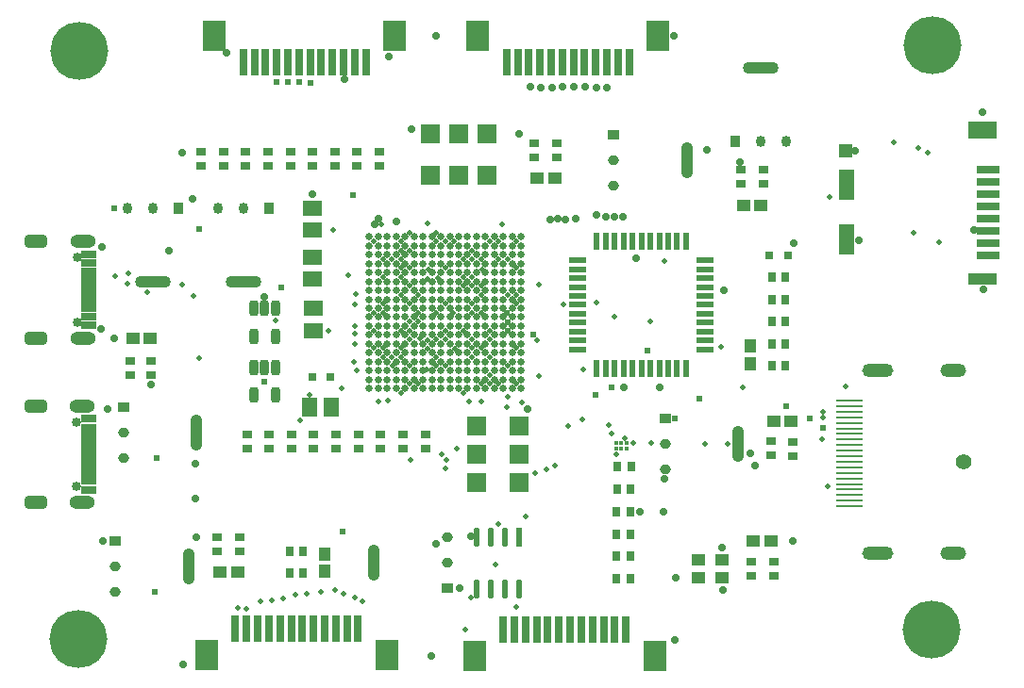
<source format=gbr>
%TF.GenerationSoftware,Altium Limited,Altium Designer,23.4.1 (23)*%
G04 Layer_Color=8388736*
%FSLAX45Y45*%
%MOMM*%
%TF.SameCoordinates,C80D94D6-ACD9-4930-820E-424AA932BAC3*%
%TF.FilePolarity,Negative*%
%TF.FileFunction,Soldermask,Top*%
%TF.Part,Single*%
G01*
G75*
%TA.AperFunction,SMDPad,CuDef*%
%ADD15R,0.54213X1.70637*%
G04:AMPARAMS|DCode=16|XSize=1.70637mm|YSize=0.54213mm|CornerRadius=0.27107mm|HoleSize=0mm|Usage=FLASHONLY|Rotation=270.000|XOffset=0mm|YOffset=0mm|HoleType=Round|Shape=RoundedRectangle|*
%AMROUNDEDRECTD16*
21,1,1.70637,0.00000,0,0,270.0*
21,1,1.16424,0.54213,0,0,270.0*
1,1,0.54213,0.00000,-0.58212*
1,1,0.54213,0.00000,0.58212*
1,1,0.54213,0.00000,0.58212*
1,1,0.54213,0.00000,-0.58212*
%
%ADD16ROUNDEDRECTD16*%
%ADD17R,0.80000X0.80000*%
%ADD18R,1.20000X1.20000*%
%ADD19R,1.40000X2.70000*%
%ADD20R,2.00000X0.70000*%
%ADD21R,2.60000X1.50000*%
%ADD22R,2.60000X1.00000*%
%ADD23R,0.81213X0.75814*%
%ADD24R,1.30606X1.05822*%
%ADD25R,1.30000X1.10000*%
%ADD26R,0.87213X1.00429*%
G04:AMPARAMS|DCode=27|XSize=1.00429mm|YSize=0.87213mm|CornerRadius=0.43606mm|HoleSize=0mm|Usage=FLASHONLY|Rotation=270.000|XOffset=0mm|YOffset=0mm|HoleType=Round|Shape=RoundedRectangle|*
%AMROUNDEDRECTD27*
21,1,1.00429,0.00000,0,0,270.0*
21,1,0.13216,0.87213,0,0,270.0*
1,1,0.87213,0.00000,-0.06608*
1,1,0.87213,0.00000,0.06608*
1,1,0.87213,0.00000,0.06608*
1,1,0.87213,0.00000,-0.06608*
%
%ADD27ROUNDEDRECTD27*%
G04:AMPARAMS|DCode=28|XSize=1.00429mm|YSize=3.18213mm|CornerRadius=0.43687mm|HoleSize=0mm|Usage=FLASHONLY|Rotation=270.000|XOffset=0mm|YOffset=0mm|HoleType=Round|Shape=RoundedRectangle|*
%AMROUNDEDRECTD28*
21,1,1.00429,2.30840,0,0,270.0*
21,1,0.13056,3.18213,0,0,270.0*
1,1,0.87373,-1.15420,-0.06528*
1,1,0.87373,-1.15420,0.06528*
1,1,0.87373,1.15420,0.06528*
1,1,0.87373,1.15420,-0.06528*
%
%ADD28ROUNDEDRECTD28*%
%TA.AperFunction,ConnectorPad*%
%ADD29R,2.40000X0.28000*%
%TA.AperFunction,SMDPad,CuDef*%
%ADD30R,1.50000X0.55000*%
%ADD31R,0.55000X1.50000*%
%ADD36R,0.75814X0.81213*%
%ADD37R,1.05822X1.30606*%
%ADD39R,1.00429X0.87213*%
G04:AMPARAMS|DCode=40|XSize=1.00429mm|YSize=0.87213mm|CornerRadius=0.43606mm|HoleSize=0mm|Usage=FLASHONLY|Rotation=0.000|XOffset=0mm|YOffset=0mm|HoleType=Round|Shape=RoundedRectangle|*
%AMROUNDEDRECTD40*
21,1,1.00429,0.00000,0,0,0.0*
21,1,0.13216,0.87213,0,0,0.0*
1,1,0.87213,0.06608,0.00000*
1,1,0.87213,-0.06608,0.00000*
1,1,0.87213,-0.06608,0.00000*
1,1,0.87213,0.06608,0.00000*
%
%ADD40ROUNDEDRECTD40*%
G04:AMPARAMS|DCode=41|XSize=1.00429mm|YSize=3.18213mm|CornerRadius=0.43687mm|HoleSize=0mm|Usage=FLASHONLY|Rotation=0.000|XOffset=0mm|YOffset=0mm|HoleType=Round|Shape=RoundedRectangle|*
%AMROUNDEDRECTD41*
21,1,1.00429,2.30840,0,0,0.0*
21,1,0.13056,3.18213,0,0,0.0*
1,1,0.87373,0.06528,-1.15420*
1,1,0.87373,-0.06528,-1.15420*
1,1,0.87373,-0.06528,1.15420*
1,1,0.87373,0.06528,1.15420*
%
%ADD41ROUNDEDRECTD41*%
%TA.AperFunction,ComponentPad*%
G04:AMPARAMS|DCode=51|XSize=1.2mm|YSize=2.8mm|CornerRadius=0.6mm|HoleSize=0mm|Usage=FLASHONLY|Rotation=90.000|XOffset=0mm|YOffset=0mm|HoleType=Round|Shape=RoundedRectangle|*
%AMROUNDEDRECTD51*
21,1,1.20000,1.60000,0,0,90.0*
21,1,0.00000,2.80000,0,0,90.0*
1,1,1.20000,0.80000,0.00000*
1,1,1.20000,0.80000,0.00000*
1,1,1.20000,-0.80000,0.00000*
1,1,1.20000,-0.80000,0.00000*
%
%ADD51ROUNDEDRECTD51*%
G04:AMPARAMS|DCode=52|XSize=1.2mm|YSize=2.3mm|CornerRadius=0.6mm|HoleSize=0mm|Usage=FLASHONLY|Rotation=90.000|XOffset=0mm|YOffset=0mm|HoleType=Round|Shape=RoundedRectangle|*
%AMROUNDEDRECTD52*
21,1,1.20000,1.10000,0,0,90.0*
21,1,0.00000,2.30000,0,0,90.0*
1,1,1.20000,0.55000,0.00000*
1,1,1.20000,0.55000,0.00000*
1,1,1.20000,-0.55000,0.00000*
1,1,1.20000,-0.55000,0.00000*
%
%ADD52ROUNDEDRECTD52*%
%ADD53C,1.40000*%
%TA.AperFunction,SMDPad,CuDef*%
G04:AMPARAMS|DCode=63|XSize=1.4132mm|YSize=0.7932mm|CornerRadius=0.2491mm|HoleSize=0mm|Usage=FLASHONLY|Rotation=270.000|XOffset=0mm|YOffset=0mm|HoleType=Round|Shape=RoundedRectangle|*
%AMROUNDEDRECTD63*
21,1,1.41320,0.29500,0,0,270.0*
21,1,0.91500,0.79320,0,0,270.0*
1,1,0.49820,-0.14750,-0.45750*
1,1,0.49820,-0.14750,0.45750*
1,1,0.49820,0.14750,0.45750*
1,1,0.49820,0.14750,-0.45750*
%
%ADD63ROUNDEDRECTD63*%
%ADD64R,1.40320X1.65320*%
%TA.AperFunction,BGAPad,CuDef*%
%ADD65R,1.80320X1.80320*%
%TA.AperFunction,ConnectorPad*%
%ADD66R,1.35320X0.50320*%
%ADD67R,1.35320X0.80320*%
%TA.AperFunction,BGAPad,CuDef*%
%ADD68C,0.65320*%
%ADD69C,0.45320*%
%TA.AperFunction,ConnectorPad*%
%ADD70R,0.80320X2.40320*%
%ADD71R,2.00320X2.80320*%
%TA.AperFunction,SMDPad,CuDef*%
%ADD72R,1.65320X1.40320*%
%TA.AperFunction,BGAPad,CuDef*%
%ADD73R,1.80320X1.80320*%
%TA.AperFunction,ComponentPad*%
%ADD74C,0.85320*%
%ADD75O,2.30320X1.20320*%
G04:AMPARAMS|DCode=76|XSize=2.0032mm|YSize=1.2032mm|CornerRadius=0.3516mm|HoleSize=0mm|Usage=FLASHONLY|Rotation=0.000|XOffset=0mm|YOffset=0mm|HoleType=Round|Shape=RoundedRectangle|*
%AMROUNDEDRECTD76*
21,1,2.00320,0.50000,0,0,0.0*
21,1,1.30000,1.20320,0,0,0.0*
1,1,0.70320,0.65000,-0.25000*
1,1,0.70320,-0.65000,-0.25000*
1,1,0.70320,-0.65000,0.25000*
1,1,0.70320,0.65000,0.25000*
%
%ADD76ROUNDEDRECTD76*%
%TA.AperFunction,ViaPad*%
%ADD77C,0.70320*%
%ADD78C,0.50320*%
%ADD79C,0.60320*%
%ADD80C,5.20320*%
D15*
X13450500Y6123217D02*
D03*
D16*
X13323500D02*
D03*
X13196500D02*
D03*
X13069501D02*
D03*
Y5656783D02*
D03*
X13196500D02*
D03*
X13323500D02*
D03*
X13450500D02*
D03*
D17*
X11762500Y7560000D02*
D03*
X11597500D02*
D03*
X15862500Y8650000D02*
D03*
X15697501D02*
D03*
D18*
X16382500Y9590000D02*
D03*
D19*
X16392500Y8795000D02*
D03*
Y9285000D02*
D03*
D20*
X17662500Y9425000D02*
D03*
Y9315000D02*
D03*
Y9205000D02*
D03*
Y9095000D02*
D03*
Y8985000D02*
D03*
Y8875000D02*
D03*
Y8765000D02*
D03*
Y8655000D02*
D03*
D21*
X17612500Y9780000D02*
D03*
D22*
Y8445000D02*
D03*
D23*
X12200000Y9582699D02*
D03*
Y9457301D02*
D03*
X10740000Y5994601D02*
D03*
Y6120000D02*
D03*
X10950000Y5997300D02*
D03*
Y6122699D02*
D03*
X13789999Y9537301D02*
D03*
Y9662699D02*
D03*
X13589999Y9534601D02*
D03*
Y9660000D02*
D03*
X15734700Y5900400D02*
D03*
Y5775001D02*
D03*
X15531500Y5900400D02*
D03*
Y5775001D02*
D03*
X10152500Y7706500D02*
D03*
Y7581101D02*
D03*
X9962000Y7707300D02*
D03*
Y7581902D02*
D03*
X15439400Y9298501D02*
D03*
Y9423900D02*
D03*
X15642599Y9297701D02*
D03*
Y9423100D02*
D03*
X15910001Y6980000D02*
D03*
Y6854601D02*
D03*
X15710001Y6982699D02*
D03*
Y6857300D02*
D03*
X11010000Y6917301D02*
D03*
Y7042700D02*
D03*
X11210000Y6917301D02*
D03*
Y7042700D02*
D03*
X11410000Y6917301D02*
D03*
Y7042700D02*
D03*
X11610000Y6917301D02*
D03*
Y7042700D02*
D03*
X11810000Y6917301D02*
D03*
Y7042700D02*
D03*
X10600000Y9582699D02*
D03*
Y9457301D02*
D03*
X12010000Y6917301D02*
D03*
Y7042700D02*
D03*
X10800000Y9582699D02*
D03*
Y9457301D02*
D03*
X12210000Y6917301D02*
D03*
Y7042700D02*
D03*
X11000000Y9582699D02*
D03*
Y9457301D02*
D03*
X12410000Y6917301D02*
D03*
Y7042700D02*
D03*
X11200000Y9582699D02*
D03*
Y9457301D02*
D03*
X12610000Y6917301D02*
D03*
Y7042700D02*
D03*
X11400000Y9582699D02*
D03*
Y9457301D02*
D03*
X11600000Y9582699D02*
D03*
Y9457301D02*
D03*
X11800000Y9582699D02*
D03*
Y9457301D02*
D03*
X12000000Y9585399D02*
D03*
Y9460000D02*
D03*
D24*
X15889999Y7160000D02*
D03*
X15734784D02*
D03*
X10772392Y5810000D02*
D03*
X10927608D02*
D03*
X13770000Y9350000D02*
D03*
X13614784D02*
D03*
X15710709Y6091700D02*
D03*
X15555492D02*
D03*
X9985991Y7910500D02*
D03*
X10141208D02*
D03*
X15618608Y9106400D02*
D03*
X15463393D02*
D03*
D25*
X15064999Y5757500D02*
D03*
X15275000D02*
D03*
Y5922500D02*
D03*
X15064999D02*
D03*
D26*
X11209000Y9079500D02*
D03*
X10399000Y9077000D02*
D03*
X15388200Y9678600D02*
D03*
D27*
X10980000Y9079500D02*
D03*
X10751000D02*
D03*
X10170000Y9077000D02*
D03*
X9941000D02*
D03*
X15617200Y9678600D02*
D03*
X15846201D02*
D03*
D28*
X10980000Y8420500D02*
D03*
X10170000Y8418000D02*
D03*
X15617200Y10337600D02*
D03*
D29*
X16411501Y7350000D02*
D03*
Y7300000D02*
D03*
Y7250000D02*
D03*
Y7200000D02*
D03*
Y7150000D02*
D03*
Y7100000D02*
D03*
Y7050000D02*
D03*
Y7000000D02*
D03*
Y6950000D02*
D03*
Y6900000D02*
D03*
Y6850000D02*
D03*
Y6800000D02*
D03*
Y6750000D02*
D03*
Y6700000D02*
D03*
Y6650000D02*
D03*
Y6600000D02*
D03*
Y6550000D02*
D03*
Y6500000D02*
D03*
Y6450000D02*
D03*
Y6400000D02*
D03*
D30*
X13980000Y7810000D02*
D03*
Y7890000D02*
D03*
Y7970000D02*
D03*
Y8050000D02*
D03*
Y8130000D02*
D03*
Y8210000D02*
D03*
Y8290000D02*
D03*
Y8370000D02*
D03*
Y8450000D02*
D03*
Y8530000D02*
D03*
Y8610000D02*
D03*
X15120000D02*
D03*
Y8530000D02*
D03*
Y8450000D02*
D03*
Y8370000D02*
D03*
Y8290000D02*
D03*
Y8210000D02*
D03*
Y8130000D02*
D03*
Y8050000D02*
D03*
Y7970000D02*
D03*
Y7890000D02*
D03*
Y7810000D02*
D03*
D31*
X14150000Y8780000D02*
D03*
X14230000D02*
D03*
X14310001D02*
D03*
X14389999D02*
D03*
X14470000D02*
D03*
X14550000D02*
D03*
X14630000D02*
D03*
X14710001D02*
D03*
X14789999D02*
D03*
X14870000D02*
D03*
X14950000D02*
D03*
Y7640000D02*
D03*
X14870000D02*
D03*
X14789999D02*
D03*
X14710001D02*
D03*
X14630000D02*
D03*
X14550000D02*
D03*
X14470000D02*
D03*
X14389999D02*
D03*
X14310001D02*
D03*
X14230000D02*
D03*
X14150000D02*
D03*
D36*
X11516600Y5802700D02*
D03*
X11391201D02*
D03*
X11516600Y5993200D02*
D03*
X11391201D02*
D03*
X15717300Y8460000D02*
D03*
X15842699D02*
D03*
X15717300Y8260000D02*
D03*
X15842699D02*
D03*
X15717300Y8060000D02*
D03*
X15842699D02*
D03*
X15717300Y7860000D02*
D03*
X15842699D02*
D03*
X15717300Y7660000D02*
D03*
X15842699D02*
D03*
X14330101Y6753300D02*
D03*
X14455499D02*
D03*
X14330000Y6550000D02*
D03*
X14455399D02*
D03*
X14327301Y6350000D02*
D03*
X14452699D02*
D03*
X14327301Y6150000D02*
D03*
X14452699D02*
D03*
X14327301Y5950000D02*
D03*
X14452699D02*
D03*
X14327301Y5750000D02*
D03*
X14452699D02*
D03*
D37*
X11707900Y5813992D02*
D03*
Y5969208D02*
D03*
X15530000Y7682392D02*
D03*
Y7837608D02*
D03*
D39*
X9830500Y6089000D02*
D03*
X12810001Y5661000D02*
D03*
X14300500Y9739000D02*
D03*
X9900500Y7289000D02*
D03*
X14760500Y7189000D02*
D03*
D40*
X9830500Y5860000D02*
D03*
Y5631000D02*
D03*
X12810001Y5890000D02*
D03*
Y6119000D02*
D03*
X14300500Y9510000D02*
D03*
Y9281000D02*
D03*
X9900500Y7060000D02*
D03*
Y6831000D02*
D03*
X14760500Y6960000D02*
D03*
Y6731000D02*
D03*
D41*
X10489500Y5860000D02*
D03*
X12151000Y5890000D02*
D03*
X14959500Y9510000D02*
D03*
X10559500Y7060000D02*
D03*
X15419501Y6960000D02*
D03*
D51*
X16671500Y5975000D02*
D03*
Y7625000D02*
D03*
D52*
X17349500Y5975000D02*
D03*
Y7625000D02*
D03*
D53*
X17439500Y6800000D02*
D03*
D63*
X11265000Y7924500D02*
D03*
X11075000D02*
D03*
Y8175500D02*
D03*
X11170000D02*
D03*
X11265000D02*
D03*
Y7399000D02*
D03*
X11075000D02*
D03*
Y7650000D02*
D03*
X11170000D02*
D03*
X11265000D02*
D03*
D64*
X11770000Y7290000D02*
D03*
X11570000D02*
D03*
D65*
X13164000Y9370000D02*
D03*
X12656000D02*
D03*
Y9750000D02*
D03*
X13164000D02*
D03*
X12910001Y9370000D02*
D03*
Y9750000D02*
D03*
D66*
X9593000Y7042500D02*
D03*
Y6992500D02*
D03*
Y6942500D02*
D03*
Y6692500D02*
D03*
Y6742500D02*
D03*
Y6792500D02*
D03*
Y6892500D02*
D03*
Y6842500D02*
D03*
X9595500Y8520000D02*
D03*
Y8470000D02*
D03*
Y8420000D02*
D03*
Y8170000D02*
D03*
Y8220000D02*
D03*
Y8270000D02*
D03*
Y8370000D02*
D03*
Y8320000D02*
D03*
D67*
X9593000Y6627500D02*
D03*
Y7107500D02*
D03*
Y6547500D02*
D03*
Y7187500D02*
D03*
X9595500Y8105000D02*
D03*
Y8585000D02*
D03*
Y8025000D02*
D03*
Y8665000D02*
D03*
D68*
X12110000Y8820000D02*
D03*
X12190000D02*
D03*
X12270000D02*
D03*
X12350000D02*
D03*
X12430000D02*
D03*
X12510000D02*
D03*
X12590000D02*
D03*
X12670000D02*
D03*
X12750000D02*
D03*
X12830000D02*
D03*
X12910001D02*
D03*
X12989999D02*
D03*
X13070000D02*
D03*
X13150000D02*
D03*
X13230000D02*
D03*
X13310001D02*
D03*
X13389999D02*
D03*
X13470000D02*
D03*
X12110000Y8740000D02*
D03*
X12190000D02*
D03*
X12270000D02*
D03*
X12350000D02*
D03*
X12430000D02*
D03*
X12510000D02*
D03*
X12590000D02*
D03*
X12670000D02*
D03*
X12750000D02*
D03*
X12830000D02*
D03*
X12910001D02*
D03*
X12989999D02*
D03*
X13070000D02*
D03*
X13150000D02*
D03*
X13230000D02*
D03*
X13310001D02*
D03*
X13389999D02*
D03*
X13470000D02*
D03*
X12110000Y8660000D02*
D03*
X12190000D02*
D03*
X12270000D02*
D03*
X12350000D02*
D03*
X12430000D02*
D03*
X12510000D02*
D03*
X12590000D02*
D03*
X12670000D02*
D03*
X12750000D02*
D03*
X12830000D02*
D03*
X12910001D02*
D03*
X12989999D02*
D03*
X13070000D02*
D03*
X13150000D02*
D03*
X13230000D02*
D03*
X13310001D02*
D03*
X13389999D02*
D03*
X13470000D02*
D03*
X12110000Y8580000D02*
D03*
X12190000D02*
D03*
X12270000D02*
D03*
X12350000D02*
D03*
X12430000D02*
D03*
X12510000D02*
D03*
X12590000D02*
D03*
X12670000D02*
D03*
X12750000D02*
D03*
X12830000D02*
D03*
X12910001D02*
D03*
X12989999D02*
D03*
X13070000D02*
D03*
X13150000D02*
D03*
X13230000D02*
D03*
X13310001D02*
D03*
X13389999D02*
D03*
X13470000D02*
D03*
X12110000Y8500000D02*
D03*
X12190000D02*
D03*
X12270000D02*
D03*
X12350000D02*
D03*
X12430000D02*
D03*
X12510000D02*
D03*
X12590000D02*
D03*
X12670000D02*
D03*
X12750000D02*
D03*
X12830000D02*
D03*
X12910001D02*
D03*
X12989999D02*
D03*
X13070000D02*
D03*
X13150000D02*
D03*
X13230000D02*
D03*
X13310001D02*
D03*
X13389999D02*
D03*
X13470000D02*
D03*
X12110000Y8420000D02*
D03*
X12190000D02*
D03*
X12270000D02*
D03*
X12350000D02*
D03*
X12430000D02*
D03*
X12510000D02*
D03*
X12590000D02*
D03*
X12670000D02*
D03*
X12750000D02*
D03*
X12830000D02*
D03*
X12910001D02*
D03*
X12989999D02*
D03*
X13070000D02*
D03*
X13150000D02*
D03*
X13230000D02*
D03*
X13310001D02*
D03*
X13389999D02*
D03*
X13470000D02*
D03*
X12110000Y8340000D02*
D03*
X12190000D02*
D03*
X12270000D02*
D03*
X12350000D02*
D03*
X12430000D02*
D03*
X12510000D02*
D03*
X12590000D02*
D03*
X12670000D02*
D03*
X12750000D02*
D03*
X12830000D02*
D03*
X12910001D02*
D03*
X12989999D02*
D03*
X13070000D02*
D03*
X13150000D02*
D03*
X13230000D02*
D03*
X13310001D02*
D03*
X13389999D02*
D03*
X13470000D02*
D03*
X12110000Y8260000D02*
D03*
X12190000D02*
D03*
X12270000D02*
D03*
X12350000D02*
D03*
X12430000D02*
D03*
X12510000D02*
D03*
X12590000D02*
D03*
X12670000D02*
D03*
X12750000D02*
D03*
X12830000D02*
D03*
X12910001D02*
D03*
X12989999D02*
D03*
X13070000D02*
D03*
X13150000D02*
D03*
X13230000D02*
D03*
X13310001D02*
D03*
X13389999D02*
D03*
X13470000D02*
D03*
X12110000Y8180000D02*
D03*
X12190000D02*
D03*
X12270000D02*
D03*
X12350000D02*
D03*
X12430000D02*
D03*
X12510000D02*
D03*
X12590000D02*
D03*
X12670000D02*
D03*
X12750000D02*
D03*
X12830000D02*
D03*
X12910001D02*
D03*
X12989999D02*
D03*
X13070000D02*
D03*
X13150000D02*
D03*
X13230000D02*
D03*
X13310001D02*
D03*
X13389999D02*
D03*
X13470000D02*
D03*
X12110000Y8100000D02*
D03*
X12190000D02*
D03*
X12270000D02*
D03*
X12350000D02*
D03*
X12430000D02*
D03*
X12510000D02*
D03*
X12590000D02*
D03*
X12670000D02*
D03*
X12750000D02*
D03*
X12830000D02*
D03*
X12910001D02*
D03*
X12989999D02*
D03*
X13070000D02*
D03*
X13150000D02*
D03*
X13230000D02*
D03*
X13310001D02*
D03*
X13389999D02*
D03*
X13470000D02*
D03*
X12110000Y8020000D02*
D03*
X12190000D02*
D03*
X12270000D02*
D03*
X12350000D02*
D03*
X12430000D02*
D03*
X12510000D02*
D03*
X12590000D02*
D03*
X12670000D02*
D03*
X12750000D02*
D03*
X12830000D02*
D03*
X12910001D02*
D03*
X12989999D02*
D03*
X13070000D02*
D03*
X13150000D02*
D03*
X13230000D02*
D03*
X13310001D02*
D03*
X13389999D02*
D03*
X13470000D02*
D03*
X12110000Y7940000D02*
D03*
X12190000D02*
D03*
X12270000D02*
D03*
X12350000D02*
D03*
X12430000D02*
D03*
X12510000D02*
D03*
X12590000D02*
D03*
X12670000D02*
D03*
X12750000D02*
D03*
X12830000D02*
D03*
X12910001D02*
D03*
X12989999D02*
D03*
X13070000D02*
D03*
X13150000D02*
D03*
X13230000D02*
D03*
X13310001D02*
D03*
X13389999D02*
D03*
X13470000D02*
D03*
X12110000Y7860000D02*
D03*
X12190000D02*
D03*
X12270000D02*
D03*
X12350000D02*
D03*
X12430000D02*
D03*
X12510000D02*
D03*
X12590000D02*
D03*
X12670000D02*
D03*
X12750000D02*
D03*
X12830000D02*
D03*
X12910001D02*
D03*
X12989999D02*
D03*
X13070000D02*
D03*
X13150000D02*
D03*
X13230000D02*
D03*
X13310001D02*
D03*
X13389999D02*
D03*
X13470000D02*
D03*
X12110000Y7780000D02*
D03*
X12190000D02*
D03*
X12270000D02*
D03*
X12350000D02*
D03*
X12430000D02*
D03*
X12510000D02*
D03*
X12590000D02*
D03*
X12670000D02*
D03*
X12750000D02*
D03*
X12830000D02*
D03*
X12910001D02*
D03*
X12989999D02*
D03*
X13070000D02*
D03*
X13150000D02*
D03*
X13230000D02*
D03*
X13310001D02*
D03*
X13389999D02*
D03*
X13470000D02*
D03*
X12110000Y7700000D02*
D03*
X12190000D02*
D03*
X12270000D02*
D03*
X12350000D02*
D03*
X12430000D02*
D03*
X12510000D02*
D03*
X12590000D02*
D03*
X12670000D02*
D03*
X12750000D02*
D03*
X12830000D02*
D03*
X12910001D02*
D03*
X12989999D02*
D03*
X13070000D02*
D03*
X13150000D02*
D03*
X13230000D02*
D03*
X13310001D02*
D03*
X13389999D02*
D03*
X13470000D02*
D03*
X12110000Y7620000D02*
D03*
X12190000D02*
D03*
X12270000D02*
D03*
X12350000D02*
D03*
X12430000D02*
D03*
X12510000D02*
D03*
X12590000D02*
D03*
X12670000D02*
D03*
X12750000D02*
D03*
X12830000D02*
D03*
X12910001D02*
D03*
X12989999D02*
D03*
X13070000D02*
D03*
X13150000D02*
D03*
X13230000D02*
D03*
X13310001D02*
D03*
X13389999D02*
D03*
X13470000D02*
D03*
X12110000Y7540000D02*
D03*
X12190000D02*
D03*
X12270000D02*
D03*
X12350000D02*
D03*
X12430000D02*
D03*
X12510000D02*
D03*
X12590000D02*
D03*
X12670000D02*
D03*
X12750000D02*
D03*
X12830000D02*
D03*
X12910001D02*
D03*
X12989999D02*
D03*
X13070000D02*
D03*
X13150000D02*
D03*
X13230000D02*
D03*
X13310001D02*
D03*
X13389999D02*
D03*
X13470000D02*
D03*
X12110000Y7460000D02*
D03*
X12190000D02*
D03*
X12270000D02*
D03*
X12350000D02*
D03*
X12430000D02*
D03*
X12510000D02*
D03*
X12590000D02*
D03*
X12670000D02*
D03*
X12750000D02*
D03*
X12830000D02*
D03*
X12910001D02*
D03*
X12989999D02*
D03*
X13070000D02*
D03*
X13150000D02*
D03*
X13230000D02*
D03*
X13310001D02*
D03*
X13389999D02*
D03*
X13470000D02*
D03*
D69*
X14420000Y6970000D02*
D03*
Y6920000D02*
D03*
X14370000Y6970000D02*
D03*
Y6920000D02*
D03*
X14320000Y6970000D02*
D03*
Y6920000D02*
D03*
D70*
X11177300Y10387100D02*
D03*
X11277300D02*
D03*
X11377300D02*
D03*
X11677300D02*
D03*
X11777300D02*
D03*
X12077300D02*
D03*
X11977300D02*
D03*
X11877300D02*
D03*
X11577300D02*
D03*
X11477300D02*
D03*
X11077300D02*
D03*
X10977300D02*
D03*
X11807500Y5300000D02*
D03*
X11707500D02*
D03*
X11607500D02*
D03*
X11307500D02*
D03*
X11207500D02*
D03*
X10907500D02*
D03*
X11007500D02*
D03*
X11107500D02*
D03*
X11407500D02*
D03*
X11507500D02*
D03*
X11907500D02*
D03*
X12007500D02*
D03*
X14210001Y5295000D02*
D03*
X14110001D02*
D03*
X14010001D02*
D03*
X13710001D02*
D03*
X13610001D02*
D03*
X13310001D02*
D03*
X13410001D02*
D03*
X13510001D02*
D03*
X13810001D02*
D03*
X13910001D02*
D03*
X14310001D02*
D03*
X14410001D02*
D03*
X13539500Y10387100D02*
D03*
X13639500D02*
D03*
X13739500D02*
D03*
X14039500D02*
D03*
X14139500D02*
D03*
X14439500D02*
D03*
X14339500D02*
D03*
X14239500D02*
D03*
X13939500D02*
D03*
X13839500D02*
D03*
X13439500D02*
D03*
X13339500D02*
D03*
D71*
X12337300Y10627100D02*
D03*
X10717300D02*
D03*
X10647500Y5060000D02*
D03*
X12267500D02*
D03*
X13050000Y5055000D02*
D03*
X14670000D02*
D03*
X14699500Y10627100D02*
D03*
X13079500D02*
D03*
D72*
X11610000Y8180000D02*
D03*
Y7980000D02*
D03*
X11600000Y9080000D02*
D03*
Y8880000D02*
D03*
Y8440000D02*
D03*
Y8640000D02*
D03*
D73*
X13070000Y6616000D02*
D03*
Y7124000D02*
D03*
X13450000D02*
D03*
Y6616000D02*
D03*
X13070000Y6870000D02*
D03*
X13450000D02*
D03*
D74*
X9485500Y7156500D02*
D03*
Y6578500D02*
D03*
X9488000Y8634000D02*
D03*
Y8056000D02*
D03*
D75*
X9535500Y6435500D02*
D03*
Y7299500D02*
D03*
X9538000Y7913000D02*
D03*
Y8777000D02*
D03*
D76*
X9117500Y6435500D02*
D03*
Y7299500D02*
D03*
X9120000Y7913000D02*
D03*
Y8777000D02*
D03*
D77*
X9820000Y7910000D02*
D03*
X10310000Y8700000D02*
D03*
X14500000Y8630000D02*
D03*
X14760001Y6650000D02*
D03*
X14750000Y6350000D02*
D03*
X15920000Y8760000D02*
D03*
X12919000Y5661000D02*
D03*
X15910001Y6090000D02*
D03*
X15530000Y6880000D02*
D03*
X12710000Y6060000D02*
D03*
X13530000Y7270000D02*
D03*
X10550000Y6780000D02*
D03*
Y6470000D02*
D03*
X10560000Y6120000D02*
D03*
X15289999Y8340000D02*
D03*
X11170000Y8280000D02*
D03*
X15430000Y9490000D02*
D03*
X15139999Y9600000D02*
D03*
X16470000Y9590000D02*
D03*
X13864999Y8977500D02*
D03*
X13730000D02*
D03*
X14385001Y8997500D02*
D03*
X13020000Y6130000D02*
D03*
X14389999Y7470000D02*
D03*
X14710001D02*
D03*
X15275000Y6025000D02*
D03*
X14860001Y5760000D02*
D03*
X9710000Y8730000D02*
D03*
X9700000Y7990000D02*
D03*
X15570000Y6770000D02*
D03*
X14839999Y10630000D02*
D03*
X12490000Y9790000D02*
D03*
X13450000Y9750000D02*
D03*
X14539999Y6350000D02*
D03*
X15280000Y5650000D02*
D03*
X14850000Y5200000D02*
D03*
X12661250Y5055000D02*
D03*
X10440000Y4980000D02*
D03*
X9720000Y6090000D02*
D03*
X9760000Y7270000D02*
D03*
X10152500Y7492500D02*
D03*
X10430000Y9580000D02*
D03*
X10520000Y9160000D02*
D03*
X11600000Y9200000D02*
D03*
X17530000Y8880000D02*
D03*
X16500000Y8790000D02*
D03*
X17620000Y8350000D02*
D03*
X17610001Y9940000D02*
D03*
X12286569Y10440000D02*
D03*
X10827300Y10477100D02*
D03*
X12708400Y10627100D02*
D03*
X12154736Y8937236D02*
D03*
X12187500Y8987500D02*
D03*
X12352479Y8959979D02*
D03*
X11882500Y10237500D02*
D03*
X14242500Y10162500D02*
D03*
X14145000Y10165000D02*
D03*
X14045000Y10170000D02*
D03*
X13945000Y10172500D02*
D03*
X13842500Y10170000D02*
D03*
X13747501Y10162500D02*
D03*
X13650000Y10165000D02*
D03*
X13552499Y10172500D02*
D03*
X14145000Y9015000D02*
D03*
X14305000Y9005000D02*
D03*
X14227499D02*
D03*
X13797501Y8980000D02*
D03*
X13962500Y8982500D02*
D03*
D78*
X12470000Y7980000D02*
D03*
X12550000Y8060000D02*
D03*
X12470000Y7660000D02*
D03*
X12566265Y7906265D02*
D03*
X12390000Y8460000D02*
D03*
Y8540000D02*
D03*
X12470000Y8380000D02*
D03*
X12710000Y8140000D02*
D03*
X12630000Y7816321D02*
D03*
X12631701Y7891701D02*
D03*
X12710000Y7660000D02*
D03*
X12390000Y8780000D02*
D03*
Y8700000D02*
D03*
Y8620000D02*
D03*
X12628759Y8438711D02*
D03*
X12641265Y8528735D02*
D03*
X12721265Y8448735D02*
D03*
X13121265Y8528735D02*
D03*
X13030000Y8460000D02*
D03*
Y8620000D02*
D03*
X12950000Y8380000D02*
D03*
X12231658Y8221658D02*
D03*
X12148342Y8138342D02*
D03*
X11990000Y8310000D02*
D03*
X15460001Y7470000D02*
D03*
X16380000Y7480000D02*
D03*
X12470000Y8700000D02*
D03*
X12710000Y8860000D02*
D03*
Y8780000D02*
D03*
X12790000D02*
D03*
X13030000Y8700000D02*
D03*
X12000000Y7620000D02*
D03*
X12470000Y7500000D02*
D03*
X13630000Y7570000D02*
D03*
X14260001Y7130000D02*
D03*
X12790000Y7660000D02*
D03*
X12710000Y7740000D02*
D03*
X13189999D02*
D03*
X14030000Y7630000D02*
D03*
X13110001Y8380000D02*
D03*
X14150000Y8230000D02*
D03*
X13110001Y8300000D02*
D03*
X13030000Y8380000D02*
D03*
X14758342Y8601658D02*
D03*
X14310001Y8100000D02*
D03*
X11740000Y7980000D02*
D03*
X12470000Y7900000D02*
D03*
X10580000Y7730000D02*
D03*
X12550000Y8300000D02*
D03*
X13610001Y7892500D02*
D03*
X13350000Y8300000D02*
D03*
X13630000Y8390000D02*
D03*
X12550000Y8140000D02*
D03*
X13350000Y7660000D02*
D03*
X13270000Y6240000D02*
D03*
X13239999Y5880000D02*
D03*
X13020000Y5580000D02*
D03*
X12970000Y5290000D02*
D03*
X11570000Y7400000D02*
D03*
X11860000Y7460000D02*
D03*
X13510001Y6310000D02*
D03*
X11007500Y5475000D02*
D03*
X10927500Y5487500D02*
D03*
X12230000Y7740000D02*
D03*
X11490000Y7170000D02*
D03*
X12950000Y8617700D02*
D03*
X13270000Y8620000D02*
D03*
X13110001D02*
D03*
X12790000Y8540000D02*
D03*
X13430000D02*
D03*
X12470000D02*
D03*
X12863342Y8133342D02*
D03*
X12790000Y8220000D02*
D03*
X13030000Y8140000D02*
D03*
X14630000Y8060000D02*
D03*
X14400000Y7010000D02*
D03*
X14320000Y6870000D02*
D03*
X15260001Y7830000D02*
D03*
X14280000Y7050000D02*
D03*
X12624235Y7632721D02*
D03*
X12390000Y7820000D02*
D03*
Y7740000D02*
D03*
X12390000Y7980000D02*
D03*
X11980000Y7950000D02*
D03*
X11920000Y8480000D02*
D03*
X14020000Y7180000D02*
D03*
X13430000Y5500000D02*
D03*
X13699915Y6730085D02*
D03*
X13339999Y7290000D02*
D03*
X13352982Y7382981D02*
D03*
X13600000Y6700000D02*
D03*
X13270000Y7500000D02*
D03*
X13110001Y7340000D02*
D03*
X13889999Y7120000D02*
D03*
X13770000Y6770000D02*
D03*
X13110001Y7500000D02*
D03*
X13189999D02*
D03*
X13480000Y7330000D02*
D03*
X13189999Y7580000D02*
D03*
X12897501Y6920000D02*
D03*
X13110001Y7820000D02*
D03*
X13030000Y7740000D02*
D03*
X13110001Y8140000D02*
D03*
X13189999Y7900000D02*
D03*
X13430000Y7820000D02*
D03*
X13850000Y8210000D02*
D03*
X12150000Y7980000D02*
D03*
X12230000Y7820000D02*
D03*
X12950000Y7420000D02*
D03*
X12875000Y7817500D02*
D03*
X11270000Y8070000D02*
D03*
X12230000Y8140000D02*
D03*
X13000000Y7340000D02*
D03*
X12220000Y8930000D02*
D03*
X12470000Y8860000D02*
D03*
X12480000Y6820000D02*
D03*
X11780000Y8880000D02*
D03*
X12470000Y8060000D02*
D03*
X16239999Y9180000D02*
D03*
X15320000Y6960000D02*
D03*
X15120000D02*
D03*
X14639999Y6970000D02*
D03*
X14480000D02*
D03*
X17117981Y9577981D02*
D03*
X17030000Y9620000D02*
D03*
X16989999Y8860000D02*
D03*
X12630000Y8940000D02*
D03*
X12950000Y8460000D02*
D03*
X13430000Y7500000D02*
D03*
X12800000Y6820000D02*
D03*
X12760000Y6870000D02*
D03*
X12790000Y6740000D02*
D03*
X16170000Y7000000D02*
D03*
X16220000Y6580000D02*
D03*
X13300200Y8929800D02*
D03*
X16810001Y9670000D02*
D03*
X13189999Y8780000D02*
D03*
X13270000D02*
D03*
X13430000D02*
D03*
X13350000Y8620000D02*
D03*
X17220000Y8770000D02*
D03*
X12390000Y7420000D02*
D03*
X12790000Y7980000D02*
D03*
X12950000D02*
D03*
X13030000Y8220000D02*
D03*
X12310000Y8620000D02*
D03*
X13030000Y7900000D02*
D03*
Y7820000D02*
D03*
X13430000Y8300000D02*
D03*
Y8220000D02*
D03*
X12870000Y8780000D02*
D03*
X12150000D02*
D03*
X12470000Y8220000D02*
D03*
X12390000Y8300000D02*
D03*
X12230000Y8460000D02*
D03*
Y8620000D02*
D03*
X11970000Y7700000D02*
D03*
X12150000Y7820000D02*
D03*
X11980000Y7860000D02*
D03*
Y8020000D02*
D03*
Y8210000D02*
D03*
X10530000Y8290000D02*
D03*
X10430000Y8390000D02*
D03*
X10120000Y8320000D02*
D03*
X9940000Y8400000D02*
D03*
X9950000Y8490000D02*
D03*
X9830000Y8470000D02*
D03*
X12710000Y7900000D02*
D03*
X12550000Y7500000D02*
D03*
X12190000Y7337500D02*
D03*
X12275000Y7350000D02*
D03*
X12790000Y7900000D02*
D03*
X12312500Y7740000D02*
D03*
X12315000Y7660000D02*
D03*
X11135000Y5545000D02*
D03*
X11235000Y5555000D02*
D03*
X11335000Y5575000D02*
D03*
X11445000Y5607500D02*
D03*
X11545000Y5615000D02*
D03*
X11675000Y5635000D02*
D03*
X11800000Y5650000D02*
D03*
X11880000Y5615000D02*
D03*
X11977500Y5580000D02*
D03*
X12047500Y5545000D02*
D03*
X13189999Y7980000D02*
D03*
X16177499Y7200000D02*
D03*
X16175000Y7250000D02*
D03*
D79*
X14285001Y7472500D02*
D03*
X14138254Y7400754D02*
D03*
X13580000Y7940000D02*
D03*
X13344003Y8140000D02*
D03*
X13350000Y8054004D02*
D03*
X14600000Y7800000D02*
D03*
X11870000Y6170000D02*
D03*
X9820000Y9080000D02*
D03*
X10580000Y8890000D02*
D03*
X11320000Y8370000D02*
D03*
X11170000Y7520000D02*
D03*
X10200000Y6830000D02*
D03*
X10180000Y5630000D02*
D03*
X14850000Y7190000D02*
D03*
X15070000Y7370000D02*
D03*
X13350000Y7980000D02*
D03*
X15847501Y7302500D02*
D03*
X16062500Y7190000D02*
D03*
X16182500Y7105000D02*
D03*
X11480000Y10210000D02*
D03*
X11965000Y9192500D02*
D03*
X11273700Y10213700D02*
D03*
X11380000Y10212500D02*
D03*
X11577500Y10202500D02*
D03*
D80*
X17150000Y5290000D02*
D03*
X9500000Y5210000D02*
D03*
X9510000Y10490000D02*
D03*
X17160001Y10540000D02*
D03*
%TF.MD5,ef2ccf07d0fcebcc40b4c49390fbdfad*%
M02*

</source>
